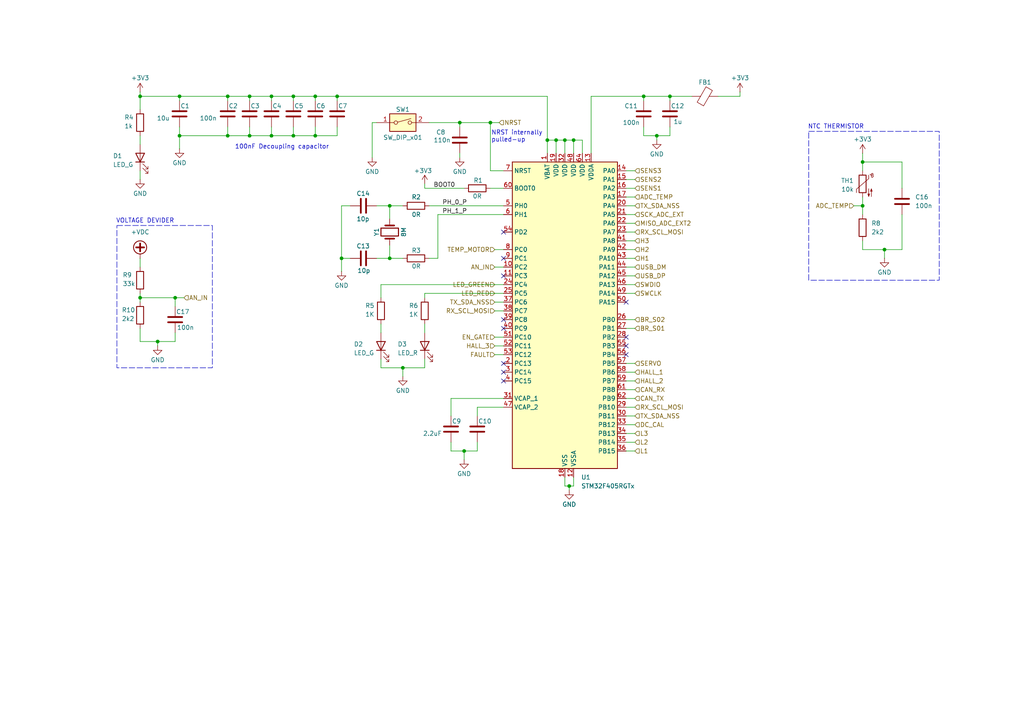
<source format=kicad_sch>
(kicad_sch (version 20231120) (generator "eeschema") (generator_version "8.0")
  (paper "A4")
  (lib_symbols
    (symbol "Device:C" (pin_numbers hide) (pin_names (offset 0.254))
      (property "Reference" "C" (at 0.635 2.54 0))
      (property "Value" "C" (at 0.635 -2.54 0))
      (symbol "C_0_1"
        (polyline (pts (xy -2.032 -0.762) (xy 2.032 -0.762)) (stroke (width 0.508)))
        (polyline (pts (xy -2.032 0.762) (xy 2.032 0.762)) (stroke (width 0.508)))
      )
      (symbol "C_1_1"
        (pin passive line (at 0 3.81 270) (length 2.794) (name "~") (number "1"))
        (pin passive line (at 0 -3.81 90) (length 2.794) (name "~") (number "2"))
      )
    )
    (symbol "Device:Crystal" (pin_numbers hide) (pin_names (offset 1.016) hide)
      (property "Reference" "Y" (at 0 3.81 0))
      (property "Value" "Crystal" (at 0 -3.81 0))
      (symbol "Crystal_0_1"
        (rectangle (start -1.143 2.54) (end 1.143 -2.54) (stroke (width 0.3048)))
        (polyline (pts (xy -2.54 0) (xy -1.905 0)))
        (polyline (pts (xy -1.905 -1.27) (xy -1.905 1.27)) (stroke (width 0.508)))
        (polyline (pts (xy 1.905 -1.27) (xy 1.905 1.27)) (stroke (width 0.508)))
        (polyline (pts (xy 2.54 0) (xy 1.905 0)))
      )
      (symbol "Crystal_1_1"
        (pin passive line (at -3.81 0 0) (length 1.27) (name "1") (number "1"))
        (pin passive line (at 3.81 0 180) (length 1.27) (name "2") (number "2"))
      )
    )
    (symbol "Device:FerriteBead" (pin_numbers hide) (pin_names (offset 0))
      (property "Reference" "FB" (at -3.81 0.635 90))
      (property "Value" "FerriteBead" (at 3.81 0 90))
      (symbol "FerriteBead_0_1"
        (polyline (pts (xy 0 -1.27) (xy 0 -1.2192)))
        (polyline (pts (xy 0 1.27) (xy 0 1.2954)))
        (polyline (pts (xy -2.7686 0.4064) (xy -1.7018 2.2606) (xy 2.7686 -0.3048) (xy 1.6764 -2.159) (xy -2.7686 0.4064)))
      )
      (symbol "FerriteBead_1_1"
        (pin passive line (at 0 3.81 270) (length 2.54) (name "~") (number "1"))
        (pin passive line (at 0 -3.81 90) (length 2.54) (name "~") (number "2"))
      )
    )
    (symbol "Device:LED" (pin_numbers hide) (pin_names (offset 1.016) hide)
      (property "Reference" "D" (at 0 2.54 0))
      (property "Value" "LED" (at 0 -2.54 0))
      (symbol "LED_0_1"
        (polyline (pts (xy -1.27 -1.27) (xy -1.27 1.27)) (stroke (width 0.254)))
        (polyline (pts (xy -1.27 0) (xy 1.27 0)))
        (polyline (pts (xy 1.27 -1.27) (xy 1.27 1.27) (xy -1.27 0) (xy 1.27 -1.27)) (stroke (width 0.254)))
        (polyline (pts (xy -3.048 -0.762) (xy -4.572 -2.286) (xy -3.81 -2.286) (xy -4.572 -2.286) (xy -4.572 -1.524)))
        (polyline (pts (xy -1.778 -0.762) (xy -3.302 -2.286) (xy -2.54 -2.286) (xy -3.302 -2.286) (xy -3.302 -1.524)))
      )
      (symbol "LED_1_1"
        (pin passive line (at -3.81 0 0) (length 2.54) (name "K") (number "1"))
        (pin passive line (at 3.81 0 180) (length 2.54) (name "A") (number "2"))
      )
    )
    (symbol "Device:R" (pin_numbers hide) (pin_names (offset 0))
      (property "Reference" "R" (at 2.032 0 90))
      (property "Value" "R" (at 0 0 90))
      (symbol "R_0_1"
        (rectangle (start -1.016 -2.54) (end 1.016 2.54) (stroke (width 0.254)))
      )
      (symbol "R_1_1"
        (pin passive line (at 0 3.81 270) (length 1.27) (name "~") (number "1"))
        (pin passive line (at 0 -3.81 90) (length 1.27) (name "~") (number "2"))
      )
    )
    (symbol "Device:Thermistor_NTC" (pin_numbers hide) (pin_names (offset 0))
      (property "Reference" "TH" (at -4.445 0 90))
      (property "Value" "Thermistor_NTC" (at 3.175 0 90))
      (symbol "Thermistor_NTC_0_1"
        (arc (start -3.048 2.159) (mid -3.0495 2.3143) (end -3.175 2.413))
        (arc (start -3.048 2.159) (mid -2.9736 1.9794) (end -2.794 1.905))
        (arc (start -3.048 2.794) (mid -2.9736 2.6144) (end -2.794 2.54))
        (arc (start -2.794 1.905) (mid -2.6144 1.9794) (end -2.54 2.159))
        (arc (start -2.794 2.54) (mid -2.4393 2.5587) (end -2.159 2.794))
        (arc (start -2.794 3.048) (mid -2.9736 2.9736) (end -3.048 2.794))
        (arc (start -2.54 2.794) (mid -2.6144 2.9736) (end -2.794 3.048))
        (rectangle (start -1.016 2.54) (end 1.016 -2.54) (stroke (width 0.254)))
        (polyline (pts (xy -2.54 2.159) (xy -2.54 2.794)))
        (polyline (pts (xy -1.778 2.54) (xy -1.778 1.524) (xy 1.778 -1.524) (xy 1.778 -2.54)))
        (polyline (pts (xy -2.54 -3.683) (xy -2.54 -1.397) (xy -2.794 -2.159) (xy -2.286 -2.159) (xy -2.54 -1.397) (xy -2.54 -1.651)) (fill (type outline)))
        (polyline (pts (xy -1.778 -1.397) (xy -1.778 -3.683) (xy -2.032 -2.921) (xy -1.524 -2.921) (xy -1.778 -3.683) (xy -1.778 -3.429)) (fill (type outline)))
      )
      (symbol "Thermistor_NTC_1_1"
        (pin passive line (at 0 3.81 270) (length 1.27) (name "~") (number "1"))
        (pin passive line (at 0 -3.81 90) (length 1.27) (name "~") (number "2"))
      )
    )
    (symbol "MCU_ST_STM32F4:STM32F405RGTx"
      (property "Reference" "U" (at -15.24 46.99 0))
      (property "Value" "STM32F405RGTx" (at 10.16 46.99 0))
      (symbol "STM32F405RGTx_0_1"
        (rectangle (start -15.24 -43.18) (end 15.24 45.72) (stroke (width 0.254)) (fill (type background)))
      )
      (symbol "STM32F405RGTx_1_1"
        (pin power_in line (at -5.08 48.26 270) (length 2.54) (name "VBAT") (number "1"))
        (pin bidirectional line (at -17.78 15.24 0) (length 2.54) (name "PC2") (number "10"))
        (pin bidirectional line (at -17.78 12.7 0) (length 2.54) (name "PC3") (number "11"))
        (pin power_in line (at 2.54 -45.72 90) (length 2.54) (name "VSSA") (number "12"))
        (pin power_in line (at 7.62 48.26 270) (length 2.54) (name "VDDA") (number "13"))
        (pin bidirectional line (at 17.78 43.18 180) (length 2.54) (name "PA0") (number "14"))
        (pin bidirectional line (at 17.78 40.64 180) (length 2.54) (name "PA1") (number "15"))
        (pin bidirectional line (at 17.78 38.1 180) (length 2.54) (name "PA2") (number "16"))
        (pin bidirectional line (at 17.78 35.56 180) (length 2.54) (name "PA3") (number "17"))
        (pin power_in line (at 0 -45.72 90) (length 2.54) (name "VSS") (number "18"))
        (pin power_in line (at -2.54 48.26 270) (length 2.54) (name "VDD") (number "19"))
        (pin bidirectional line (at -17.78 -12.7 0) (length 2.54) (name "PC13") (number "2"))
        (pin bidirectional line (at 17.78 33.02 180) (length 2.54) (name "PA4") (number "20"))
        (pin bidirectional line (at 17.78 30.48 180) (length 2.54) (name "PA5") (number "21"))
        (pin bidirectional line (at 17.78 27.94 180) (length 2.54) (name "PA6") (number "22"))
        (pin bidirectional line (at 17.78 25.4 180) (length 2.54) (name "PA7") (number "23"))
        (pin bidirectional line (at -17.78 10.16 0) (length 2.54) (name "PC4") (number "24"))
        (pin bidirectional line (at -17.78 7.62 0) (length 2.54) (name "PC5") (number "25"))
        (pin bidirectional line (at 17.78 0 180) (length 2.54) (name "PB0") (number "26"))
        (pin bidirectional line (at 17.78 -2.54 180) (length 2.54) (name "PB1") (number "27"))
        (pin bidirectional line (at 17.78 -5.08 180) (length 2.54) (name "PB2") (number "28"))
        (pin bidirectional line (at 17.78 -25.4 180) (length 2.54) (name "PB10") (number "29"))
        (pin bidirectional line (at -17.78 -15.24 0) (length 2.54) (name "PC14") (number "3"))
        (pin bidirectional line (at 17.78 -27.94 180) (length 2.54) (name "PB11") (number "30"))
        (pin power_out line (at -17.78 -22.86 0) (length 2.54) (name "VCAP_1") (number "31"))
        (pin power_in line (at 0 48.26 270) (length 2.54) (name "VDD") (number "32"))
        (pin bidirectional line (at 17.78 -30.48 180) (length 2.54) (name "PB12") (number "33"))
        (pin bidirectional line (at 17.78 -33.02 180) (length 2.54) (name "PB13") (number "34"))
        (pin bidirectional line (at 17.78 -35.56 180) (length 2.54) (name "PB14") (number "35"))
        (pin bidirectional line (at 17.78 -38.1 180) (length 2.54) (name "PB15") (number "36"))
        (pin bidirectional line (at -17.78 5.08 0) (length 2.54) (name "PC6") (number "37"))
        (pin bidirectional line (at -17.78 2.54 0) (length 2.54) (name "PC7") (number "38"))
        (pin bidirectional line (at -17.78 0 0) (length 2.54) (name "PC8") (number "39"))
        (pin bidirectional line (at -17.78 -17.78 0) (length 2.54) (name "PC15") (number "4"))
        (pin bidirectional line (at -17.78 -2.54 0) (length 2.54) (name "PC9") (number "40"))
        (pin bidirectional line (at 17.78 22.86 180) (length 2.54) (name "PA8") (number "41"))
        (pin bidirectional line (at 17.78 20.32 180) (length 2.54) (name "PA9") (number "42"))
        (pin bidirectional line (at 17.78 17.78 180) (length 2.54) (name "PA10") (number "43"))
        (pin bidirectional line (at 17.78 15.24 180) (length 2.54) (name "PA11") (number "44"))
        (pin bidirectional line (at 17.78 12.7 180) (length 2.54) (name "PA12") (number "45"))
        (pin bidirectional line (at 17.78 10.16 180) (length 2.54) (name "PA13") (number "46"))
        (pin power_out line (at -17.78 -25.4 0) (length 2.54) (name "VCAP_2") (number "47"))
        (pin power_in line (at 2.54 48.26 270) (length 2.54) (name "VDD") (number "48"))
        (pin bidirectional line (at 17.78 7.62 180) (length 2.54) (name "PA14") (number "49"))
        (pin bidirectional line (at -17.78 33.02 0) (length 2.54) (name "PH0") (number "5"))
        (pin bidirectional line (at 17.78 5.08 180) (length 2.54) (name "PA15") (number "50"))
        (pin bidirectional line (at -17.78 -5.08 0) (length 2.54) (name "PC10") (number "51"))
        (pin bidirectional line (at -17.78 -7.62 0) (length 2.54) (name "PC11") (number "52"))
        (pin bidirectional line (at -17.78 -10.16 0) (length 2.54) (name "PC12") (number "53"))
        (pin bidirectional line (at -17.78 25.4 0) (length 2.54) (name "PD2") (number "54"))
        (pin bidirectional line (at 17.78 -7.62 180) (length 2.54) (name "PB3") (number "55"))
        (pin bidirectional line (at 17.78 -10.16 180) (length 2.54) (name "PB4") (number "56"))
        (pin bidirectional line (at 17.78 -12.7 180) (length 2.54) (name "PB5") (number "57"))
        (pin bidirectional line (at 17.78 -15.24 180) (length 2.54) (name "PB6") (number "58"))
        (pin bidirectional line (at 17.78 -17.78 180) (length 2.54) (name "PB7") (number "59"))
        (pin bidirectional line (at -17.78 30.48 0) (length 2.54) (name "PH1") (number "6"))
        (pin input line (at -17.78 38.1 0) (length 2.54) (name "BOOT0") (number "60"))
        (pin bidirectional line (at 17.78 -20.32 180) (length 2.54) (name "PB8") (number "61"))
        (pin bidirectional line (at 17.78 -22.86 180) (length 2.54) (name "PB9") (number "62"))
        (pin passive line (at 0 -45.72 90) (length 2.54) hide (name "VSS") (number "63"))
        (pin power_in line (at 5.08 48.26 270) (length 2.54) (name "VDD") (number "64"))
        (pin input line (at -17.78 43.18 0) (length 2.54) (name "NRST") (number "7"))
        (pin bidirectional line (at -17.78 20.32 0) (length 2.54) (name "PC0") (number "8"))
        (pin bidirectional line (at -17.78 17.78 0) (length 2.54) (name "PC1") (number "9"))
      )
    )
    (symbol "Switch:SW_DIP_x01" (pin_names (offset 0) hide)
      (property "Reference" "SW" (at 0 3.81 0))
      (property "Value" "SW_DIP_x01" (at 0 -3.81 0))
      (symbol "SW_DIP_x01_0_0"
        (circle (center -2.032 0) (radius 0.508))
        (polyline (pts (xy -1.524 0.127) (xy 2.3622 1.1684)))
        (circle (center 2.032 0) (radius 0.508))
      )
      (symbol "SW_DIP_x01_0_1"
        (rectangle (start -3.81 2.54) (end 3.81 -2.54) (stroke (width 0.254)) (fill (type background)))
      )
      (symbol "SW_DIP_x01_1_1"
        (pin passive line (at -7.62 0 0) (length 5.08) (name "~") (number "1"))
        (pin passive line (at 7.62 0 180) (length 5.08) (name "~") (number "2"))
      )
    )
    (symbol "power:+3V3" (power) (pin_numbers hide) (pin_names (offset 0) hide)
      (property "Value" "+3V3" (at 0 3.556 0))
      (symbol "+3V3_0_1"
        (polyline (pts (xy -0.762 1.27) (xy 0 2.54)))
        (polyline (pts (xy 0 0) (xy 0 2.54)))
        (polyline (pts (xy 0 2.54) (xy 0.762 1.27)))
      )
      (symbol "+3V3_1_1"
        (pin power_in line (at 0 0 90) (length 0) (name "~") (number "1"))
      )
    )
    (symbol "power:+VDC" (power) (pin_numbers hide) (pin_names (offset 0) hide)
      (property "Value" "+VDC" (at 0 6.35 0))
      (symbol "+VDC_0_1"
        (polyline (pts (xy -1.143 3.175) (xy 1.143 3.175)) (stroke (width 0.508)))
        (polyline (pts (xy 0 0) (xy 0 1.27)))
        (polyline (pts (xy 0 2.032) (xy 0 4.318)) (stroke (width 0.508)))
        (circle (center 0 3.175) (radius 1.905) (stroke (width 0.254)))
      )
      (symbol "+VDC_1_1"
        (pin power_in line (at 0 0 90) (length 0) (name "~") (number "1"))
      )
    )
    (symbol "power:GND" (power) (pin_numbers hide) (pin_names (offset 0) hide)
      (property "Value" "GND" (at 0 -3.81 0))
      (symbol "GND_0_1"
        (polyline (pts (xy 0 0) (xy 0 -1.27) (xy 1.27 -1.27) (xy 0 -2.54) (xy -1.27 -1.27) (xy 0 -1.27)))
      )
      (symbol "GND_1_1"
        (pin power_in line (at 0 0 270) (length 0) (name "~") (number "1"))
      )
    )
  )
  (junction (at 52.07 39.37))
  (junction (at 72.39 27.94))
  (junction (at 85.09 39.37))
  (junction (at 256.54 72.39))
  (junction (at 72.39 39.37))
  (junction (at 158.75 40.64))
  (junction (at 165.1 140.97))
  (junction (at 40.64 27.94))
  (junction (at 66.04 27.94))
  (junction (at 78.74 27.94))
  (junction (at 45.72 99.06))
  (junction (at 142.24 35.56))
  (junction (at 250.19 46.99))
  (junction (at 99.06 74.93))
  (junction (at 116.84 106.68))
  (junction (at 113.03 59.69))
  (junction (at 113.03 74.93))
  (junction (at 78.74 39.37))
  (junction (at 85.09 27.94))
  (junction (at 163.83 40.64))
  (junction (at 52.07 27.94))
  (junction (at 194.31 27.94))
  (junction (at 66.04 39.37))
  (junction (at 190.5 39.37))
  (junction (at 161.29 40.64))
  (junction (at 91.44 39.37))
  (junction (at 97.79 27.94))
  (junction (at 134.62 130.81))
  (junction (at 91.44 27.94))
  (junction (at 40.64 86.36))
  (junction (at 133.35 35.56))
  (junction (at 166.37 40.64))
  (junction (at 50.8 86.36))
  (junction (at 250.19 59.69))
  (junction (at 186.69 27.94))
  (no_connect (at 181.61 100.33))
  (no_connect (at 181.61 102.87))
  (no_connect (at 146.05 95.25))
  (no_connect (at 146.05 80.01))
  (no_connect (at 146.05 67.31))
  (no_connect (at 146.05 107.95))
  (no_connect (at 181.61 97.79))
  (no_connect (at 146.05 74.93))
  (no_connect (at 181.61 87.63))
  (no_connect (at 146.05 105.41))
  (no_connect (at 146.05 92.71))
  (no_connect (at 146.05 110.49))
  (wire (pts (xy 130.81 115.57) (xy 146.05 115.57)))
  (wire (pts (xy 143.51 72.39) (xy 146.05 72.39)))
  (wire (pts (xy 181.61 120.65) (xy 184.15 120.65)))
  (wire (pts (xy 78.74 39.37) (xy 85.09 39.37)))
  (wire (pts (xy 40.64 86.36) (xy 40.64 87.63)))
  (wire (pts (xy 130.81 128.27) (xy 130.81 130.81)))
  (wire (pts (xy 50.8 96.52) (xy 50.8 99.06)))
  (wire (pts (xy 166.37 40.64) (xy 163.83 40.64)))
  (wire (pts (xy 40.64 85.09) (xy 40.64 86.36)))
  (wire (pts (xy 123.19 85.09) (xy 146.05 85.09)))
  (wire (pts (xy 181.61 57.15) (xy 184.15 57.15)))
  (wire (pts (xy 250.19 59.69) (xy 250.19 62.23)))
  (wire (pts (xy 116.84 106.68) (xy 123.19 106.68)))
  (wire (pts (xy 181.61 54.61) (xy 184.15 54.61)))
  (wire (pts (xy 52.07 39.37) (xy 52.07 43.18)))
  (wire (pts (xy 123.19 106.68) (xy 123.19 104.14)))
  (wire (pts (xy 250.19 44.45) (xy 250.19 46.99)))
  (wire (pts (xy 99.06 59.69) (xy 99.06 74.93)))
  (wire (pts (xy 181.61 62.23) (xy 184.15 62.23)))
  (wire (pts (xy 250.19 57.15) (xy 250.19 59.69)))
  (wire (pts (xy 214.63 27.94) (xy 214.63 26.67)))
  (wire (pts (xy 161.29 40.64) (xy 163.83 40.64)))
  (wire (pts (xy 181.61 67.31) (xy 184.15 67.31)))
  (wire (pts (xy 99.06 74.93) (xy 101.6 74.93)))
  (wire (pts (xy 50.8 99.06) (xy 45.72 99.06)))
  (wire (pts (xy 133.35 35.56) (xy 133.35 36.83)))
  (wire (pts (xy 143.51 97.79) (xy 146.05 97.79)))
  (wire (pts (xy 186.69 27.94) (xy 194.31 27.94)))
  (wire (pts (xy 143.51 77.47) (xy 146.05 77.47)))
  (wire (pts (xy 181.61 105.41) (xy 184.15 105.41)))
  (wire (pts (xy 78.74 36.83) (xy 78.74 39.37)))
  (wire (pts (xy 181.61 118.11) (xy 184.15 118.11)))
  (wire (pts (xy 190.5 39.37) (xy 194.31 39.37)))
  (wire (pts (xy 250.19 46.99) (xy 261.62 46.99)))
  (wire (pts (xy 138.43 120.65) (xy 138.43 118.11)))
  (wire (pts (xy 66.04 36.83) (xy 66.04 39.37)))
  (wire (pts (xy 40.64 27.94) (xy 52.07 27.94)))
  (wire (pts (xy 110.49 86.36) (xy 110.49 82.55)))
  (wire (pts (xy 181.61 107.95) (xy 184.15 107.95)))
  (wire (pts (xy 168.91 40.64) (xy 166.37 40.64)))
  (wire (pts (xy 40.64 26.67) (xy 40.64 27.94)))
  (wire (pts (xy 163.83 40.64) (xy 163.83 44.45)))
  (wire (pts (xy 181.61 92.71) (xy 184.15 92.71)))
  (wire (pts (xy 110.49 82.55) (xy 146.05 82.55)))
  (wire (pts (xy 181.61 95.25) (xy 184.15 95.25)))
  (wire (pts (xy 138.43 118.11) (xy 146.05 118.11)))
  (wire (pts (xy 181.61 128.27) (xy 184.15 128.27)))
  (wire (pts (xy 171.45 27.94) (xy 171.45 44.45)))
  (wire (pts (xy 165.1 140.97) (xy 165.1 142.24)))
  (wire (pts (xy 107.95 45.72) (xy 107.95 35.56)))
  (wire (pts (xy 165.1 140.97) (xy 166.37 140.97)))
  (wire (pts (xy 166.37 44.45) (xy 166.37 40.64)))
  (wire (pts (xy 101.6 59.69) (xy 99.06 59.69)))
  (wire (pts (xy 85.09 36.83) (xy 85.09 39.37)))
  (wire (pts (xy 97.79 39.37) (xy 91.44 39.37)))
  (wire (pts (xy 181.61 52.07) (xy 184.15 52.07)))
  (wire (pts (xy 40.64 99.06) (xy 45.72 99.06)))
  (wire (pts (xy 99.06 74.93) (xy 99.06 78.74)))
  (wire (pts (xy 186.69 27.94) (xy 186.69 29.21)))
  (wire (pts (xy 261.62 46.99) (xy 261.62 54.61)))
  (wire (pts (xy 133.35 44.45) (xy 133.35 45.72)))
  (wire (pts (xy 142.24 35.56) (xy 142.24 49.53)))
  (wire (pts (xy 161.29 44.45) (xy 161.29 40.64)))
  (wire (pts (xy 181.61 59.69) (xy 184.15 59.69)))
  (wire (pts (xy 78.74 27.94) (xy 85.09 27.94)))
  (wire (pts (xy 130.81 120.65) (xy 130.81 115.57)))
  (wire (pts (xy 85.09 27.94) (xy 85.09 29.21)))
  (wire (pts (xy 181.61 80.01) (xy 184.15 80.01)))
  (wire (pts (xy 181.61 115.57) (xy 184.15 115.57)))
  (wire (pts (xy 124.46 35.56) (xy 133.35 35.56)))
  (wire (pts (xy 91.44 39.37) (xy 91.44 36.83)))
  (wire (pts (xy 45.72 100.33) (xy 45.72 99.06)))
  (wire (pts (xy 134.62 130.81) (xy 138.43 130.81)))
  (wire (pts (xy 97.79 27.94) (xy 158.75 27.94)))
  (wire (pts (xy 250.19 49.53) (xy 250.19 46.99)))
  (wire (pts (xy 138.43 130.81) (xy 138.43 128.27)))
  (wire (pts (xy 97.79 36.83) (xy 97.79 39.37)))
  (wire (pts (xy 142.24 54.61) (xy 146.05 54.61)))
  (wire (pts (xy 142.24 35.56) (xy 133.35 35.56)))
  (wire (pts (xy 40.64 95.25) (xy 40.64 99.06)))
  (wire (pts (xy 181.61 64.77) (xy 184.15 64.77)))
  (wire (pts (xy 186.69 39.37) (xy 190.5 39.37)))
  (wire (pts (xy 123.19 93.98) (xy 123.19 96.52)))
  (wire (pts (xy 143.51 87.63) (xy 146.05 87.63)))
  (wire (pts (xy 40.64 39.37) (xy 40.64 41.91)))
  (wire (pts (xy 181.61 113.03) (xy 184.15 113.03)))
  (wire (pts (xy 66.04 27.94) (xy 72.39 27.94)))
  (wire (pts (xy 72.39 39.37) (xy 78.74 39.37)))
  (wire (pts (xy 181.61 123.19) (xy 184.15 123.19)))
  (wire (pts (xy 50.8 86.36) (xy 53.34 86.36)))
  (wire (pts (xy 124.46 59.69) (xy 146.05 59.69)))
  (wire (pts (xy 181.61 72.39) (xy 184.15 72.39)))
  (wire (pts (xy 143.51 100.33) (xy 146.05 100.33)))
  (wire (pts (xy 113.03 74.93) (xy 109.22 74.93)))
  (wire (pts (xy 143.51 90.17) (xy 146.05 90.17)))
  (wire (pts (xy 123.19 54.61) (xy 134.62 54.61)))
  (wire (pts (xy 124.46 74.93) (xy 127 74.93)))
  (wire (pts (xy 110.49 106.68) (xy 116.84 106.68)))
  (wire (pts (xy 72.39 36.83) (xy 72.39 39.37)))
  (wire (pts (xy 91.44 27.94) (xy 91.44 29.21)))
  (wire (pts (xy 181.61 69.85) (xy 184.15 69.85)))
  (wire (pts (xy 110.49 93.98) (xy 110.49 96.52)))
  (wire (pts (xy 50.8 88.9) (xy 50.8 86.36)))
  (wire (pts (xy 116.84 74.93) (xy 113.03 74.93)))
  (wire (pts (xy 52.07 27.94) (xy 66.04 27.94)))
  (wire (pts (xy 142.24 35.56) (xy 144.78 35.56)))
  (wire (pts (xy 113.03 59.69) (xy 113.03 63.5)))
  (wire (pts (xy 208.28 27.94) (xy 214.63 27.94)))
  (wire (pts (xy 127 74.93) (xy 127 62.23)))
  (wire (pts (xy 163.83 140.97) (xy 165.1 140.97)))
  (wire (pts (xy 250.19 69.85) (xy 250.19 72.39)))
  (wire (pts (xy 181.61 74.93) (xy 184.15 74.93)))
  (wire (pts (xy 40.64 49.53) (xy 40.64 52.07)))
  (wire (pts (xy 181.61 49.53) (xy 184.15 49.53)))
  (wire (pts (xy 166.37 140.97) (xy 166.37 138.43)))
  (wire (pts (xy 194.31 27.94) (xy 194.31 29.21)))
  (wire (pts (xy 66.04 27.94) (xy 66.04 29.21)))
  (wire (pts (xy 109.22 59.69) (xy 113.03 59.69)))
  (wire (pts (xy 171.45 27.94) (xy 186.69 27.94)))
  (wire (pts (xy 110.49 104.14) (xy 110.49 106.68)))
  (wire (pts (xy 181.61 110.49) (xy 184.15 110.49)))
  (wire (pts (xy 256.54 72.39) (xy 261.62 72.39)))
  (wire (pts (xy 158.75 40.64) (xy 158.75 44.45)))
  (wire (pts (xy 261.62 72.39) (xy 261.62 62.23)))
  (wire (pts (xy 50.8 86.36) (xy 40.64 86.36)))
  (wire (pts (xy 107.95 35.56) (xy 109.22 35.56)))
  (wire (pts (xy 97.79 27.94) (xy 97.79 29.21)))
  (wire (pts (xy 181.61 125.73) (xy 184.15 125.73)))
  (wire (pts (xy 72.39 27.94) (xy 72.39 29.21)))
  (wire (pts (xy 52.07 27.94) (xy 52.07 29.21)))
  (wire (pts (xy 158.75 40.64) (xy 161.29 40.64)))
  (wire (pts (xy 142.24 49.53) (xy 146.05 49.53)))
  (wire (pts (xy 127 62.23) (xy 146.05 62.23)))
  (wire (pts (xy 52.07 39.37) (xy 66.04 39.37)))
  (wire (pts (xy 181.61 130.81) (xy 184.15 130.81)))
  (wire (pts (xy 116.84 106.68) (xy 116.84 109.22)))
  (wire (pts (xy 113.03 71.12) (xy 113.03 74.93)))
  (wire (pts (xy 78.74 27.94) (xy 78.74 29.21)))
  (wire (pts (xy 123.19 86.36) (xy 123.19 85.09)))
  (wire (pts (xy 247.65 59.69) (xy 250.19 59.69)))
  (wire (pts (xy 194.31 36.83) (xy 194.31 39.37)))
  (wire (pts (xy 66.04 39.37) (xy 72.39 39.37)))
  (wire (pts (xy 91.44 27.94) (xy 97.79 27.94)))
  (wire (pts (xy 85.09 39.37) (xy 91.44 39.37)))
  (wire (pts (xy 181.61 85.09) (xy 184.15 85.09)))
  (wire (pts (xy 143.51 102.87) (xy 146.05 102.87)))
  (wire (pts (xy 52.07 36.83) (xy 52.07 39.37)))
  (wire (pts (xy 194.31 27.94) (xy 200.66 27.94)))
  (wire (pts (xy 72.39 27.94) (xy 78.74 27.94)))
  (wire (pts (xy 163.83 138.43) (xy 163.83 140.97)))
  (wire (pts (xy 130.81 130.81) (xy 134.62 130.81)))
  (wire (pts (xy 40.64 74.93) (xy 40.64 77.47)))
  (wire (pts (xy 168.91 44.45) (xy 168.91 40.64)))
  (wire (pts (xy 85.09 27.94) (xy 91.44 27.94)))
  (wire (pts (xy 190.5 39.37) (xy 190.5 40.64)))
  (wire (pts (xy 116.84 59.69) (xy 113.03 59.69)))
  (wire (pts (xy 40.64 27.94) (xy 40.64 31.75)))
  (wire (pts (xy 256.54 72.39) (xy 256.54 74.93)))
  (wire (pts (xy 181.61 77.47) (xy 184.15 77.47)))
  (wire (pts (xy 158.75 27.94) (xy 158.75 40.64)))
  (wire (pts (xy 181.61 82.55) (xy 184.15 82.55)))
  (wire (pts (xy 134.62 130.81) (xy 134.62 133.35)))
  (wire (pts (xy 186.69 39.37) (xy 186.69 36.83)))
  (wire (pts (xy 123.19 53.34) (xy 123.19 54.61)))
  (wire (pts (xy 250.19 72.39) (xy 256.54 72.39)))
  (rectangle (start 33.909 65.405) (end 61.595 106.68) (stroke (width 0) (type dash)))
  (rectangle (start 234.569 38.1) (end 272.415 81.28) (stroke (width 0) (type dash)))
  (text "NTC THERMISTOR" (at 234.315 36.83 0) (effects (font (size 1.27 1.27)) (justify left)))
  (text "VOLTAGE DEVIDER" (at 33.655 64.135 0) (effects (font (size 1.27 1.27)) (justify left)))
  (text "NRST internally\npulled-up" (at 142.494 39.624 0) (effects (font (size 1.27 1.27)) (justify left)))
  (text "100nF Decoupling capacitor" (at 81.788 42.672 0) (effects (font (size 1.27 1.27))))
  (label "PH_0_P" (at 128.27 59.69 0))
  (label "BOOT0" (at 125.73 54.61 0))
  (label "PH_1_P" (at 128.27 62.23 0))
  (hierarchical_label "FAULT" (shape input) (at 143.51 102.87 180))
  (hierarchical_label "RX_SCL_MOSI" (shape input) (at 184.15 67.31 0))
  (hierarchical_label "ADC_TEMP" (shape input) (at 184.15 57.15 0))
  (hierarchical_label "TX_SDA_NSS" (shape input) (at 143.51 87.63 180))
  (hierarchical_label "H2" (shape input) (at 184.15 72.39 0))
  (hierarchical_label "RX_SCL_MOSI" (shape input) (at 184.15 118.11 0))
  (hierarchical_label "LED_RED" (shape input) (at 143.51 85.09 180))
  (hierarchical_label "L2" (shape input) (at 184.15 128.27 0))
  (hierarchical_label "HALL_1" (shape input) (at 184.15 107.95 0))
  (hierarchical_label "EN_GATE" (shape input) (at 143.51 97.79 180))
  (hierarchical_label "TX_SDA_NSS" (shape input) (at 184.15 59.69 0))
  (hierarchical_label "BR_S01" (shape input) (at 184.15 95.25 0))
  (hierarchical_label "SCK_ADC_EXT" (shape input) (at 184.15 62.23 0))
  (hierarchical_label "SERVO" (shape input) (at 184.15 105.41 0))
  (hierarchical_label "AN_IN" (shape input) (at 143.51 77.47 180))
  (hierarchical_label "L3" (shape input) (at 184.15 125.73 0))
  (hierarchical_label "RX_SCL_MOSI" (shape input) (at 143.51 90.17 180))
  (hierarchical_label "SENS3" (shape input) (at 184.15 49.53 0))
  (hierarchical_label "CAN_TX" (shape input) (at 184.15 115.57 0))
  (hierarchical_label "SWCLK" (shape input) (at 184.15 85.09 0))
  (hierarchical_label "SENS2" (shape input) (at 184.15 52.07 0))
  (hierarchical_label "L1" (shape input) (at 184.15 130.81 0))
  (hierarchical_label "AN_IN" (shape input) (at 53.34 86.36 0))
  (hierarchical_label "USB_DP" (shape input) (at 184.15 80.01 0))
  (hierarchical_label "HALL_2" (shape input) (at 184.15 110.49 0))
  (hierarchical_label "H1" (shape input) (at 184.15 74.93 0))
  (hierarchical_label "LED_GREEN" (shape input) (at 143.51 82.55 180))
  (hierarchical_label "NRST" (shape input) (at 144.78 35.56 0))
  (hierarchical_label "SENS1" (shape input) (at 184.15 54.61 0))
  (hierarchical_label "MISO_ADC_EXT2" (shape input) (at 184.15 64.77 0))
  (hierarchical_label "CAN_RX" (shape input) (at 184.15 113.03 0))
  (hierarchical_label "TX_SDA_NSS" (shape input) (at 184.15 120.65 0))
  (hierarchical_label "DC_CAL" (shape input) (at 184.15 123.19 0))
  (hierarchical_label "H3" (shape input) (at 184.15 69.85 0))
  (hierarchical_label "TEMP_MOTOR" (shape input) (at 143.51 72.39 180))
  (hierarchical_label "ADC_TEMP" (shape input) (at 247.65 59.69 180))
  (hierarchical_label "BR_S02" (shape input) (at 184.15 92.71 0))
  (hierarchical_label "HALL_3" (shape input) (at 143.51 100.33 180))
  (hierarchical_label "SWDIO" (shape input) (at 184.15 82.55 0))
  (hierarchical_label "USB_DM" (shape input) (at 184.15 77.47 0))
  (symbol (lib_id "Device:R") (at 250.19 66.04 0) (unit 1)
    (property "Reference" "R8" (at 252.73 64.7699 0) (effects (justify left)))
    (property "Value" "2k2" (at 252.73 67.3099 0) (effects (justify left)))
    (property "Description" "Resistor" (effects (hide yes)))
  )
  (symbol (lib_id "Device:C") (at 130.81 124.46 0) (unit 1)
    (property "Reference" "C9" (at 131.064 122.174 0) (effects (justify left)))
    (property "Value" "2.2uF" (at 122.682 125.73 0) (effects (justify left)))
    (property "Description" "Unpolarized capacitor" (effects (hide yes)))
  )
  (symbol (lib_id "power:GND") (at 134.62 133.35 0) (unit 1)
    (property "Reference" "#PWR07" (effects (hide yes)))
    (property "Value" "GND" (at 134.62 137.414 0))
    (property "Description" "Power symbol creates a global label with name \"GND\" , ground" (effects (hide yes)))
  )
  (symbol (lib_id "power:+3V3") (at 40.64 26.67 0) (unit 1)
    (property "Reference" "#PWR01" (effects (hide yes)))
    (property "Value" "+3V3" (at 40.64 22.606 0))
    (property "Description" "Power symbol creates a global label with name \"+3V3\"" (effects (hide yes)))
  )
  (symbol (lib_id "power:GND") (at 165.1 142.24 0) (unit 1)
    (property "Reference" "#PWR03" (effects (hide yes)))
    (property "Value" "GND" (at 165.1 146.304 0))
    (property "Description" "Power symbol creates a global label with name \"GND\" , ground" (effects (hide yes)))
  )
  (symbol (lib_id "Device:C") (at 52.07 33.02 0) (unit 1)
    (property "Reference" "C1" (at 52.324 30.734 0) (effects (justify left)))
    (property "Value" "10u" (at 45.466 34.29 0) (effects (justify left)))
    (property "Description" "Unpolarized capacitor" (effects (hide yes)))
  )
  (symbol (lib_id "Device:R") (at 40.64 91.44 180) (unit 1)
    (property "Reference" "R10" (at 35.306 89.916 0) (effects (justify right)))
    (property "Value" "2k2" (at 35.306 92.456 0) (effects (justify right)))
    (property "Description" "Resistor" (effects (hide yes)))
  )
  (symbol (lib_id "Device:C") (at 50.8 92.71 0) (unit 1)
    (property "Reference" "C17" (at 51.054 90.424 0) (effects (justify left)))
    (property "Value" "100n" (at 51.308 94.996 0) (effects (justify left)))
    (property "Description" "Unpolarized capacitor" (effects (hide yes)))
  )
  (symbol (lib_id "Device:FerriteBead") (at 204.47 27.94 90) (unit 1)
    (property "Reference" "FB1" (at 204.47 23.876 90))
    (property "Value" "FerriteBead" (effects (hide yes)))
    (property "Description" "Ferrite bead" (effects (hide yes)))
  )
  (symbol (lib_id "Device:C") (at 91.44 33.02 0) (unit 1)
    (property "Reference" "C6" (at 91.694 30.734 0) (effects (justify left)))
    (property "Value" "100n" (effects (hide yes)))
    (property "Description" "Unpolarized capacitor" (effects (hide yes)))
  )
  (symbol (lib_id "power:+3V3") (at 123.19 53.34 0) (unit 1)
    (property "Reference" "#PWR06" (effects (hide yes)))
    (property "Value" "+3V3" (at 122.682 49.53 0))
    (property "Description" "Power symbol creates a global label with name \"+3V3\"" (effects (hide yes)))
  )
  (symbol (lib_id "power:+VDC") (at 40.64 74.93 0) (unit 1)
    (property "Reference" "#PWR020" (effects (hide yes)))
    (property "Value" "+VDC" (at 40.64 67.31 0))
    (property "Description" "Power symbol creates a global label with name \"+VDC\"" (effects (hide yes)))
  )
  (symbol (lib_id "Switch:SW_DIP_x01") (at 116.84 35.56 0) (unit 1)
    (property "Reference" "SW1" (at 116.84 31.75 0))
    (property "Value" "SW_DIP_x01" (at 116.84 39.878 0))
    (property "Description" "1x DIP Switch, Single Pole Single Throw (SPST) switch, small symbol" (effects (hide yes)))
  )
  (symbol (lib_id "power:GND") (at 256.54 74.93 0) (unit 1)
    (property "Reference" "#PWR018" (effects (hide yes)))
    (property "Value" "GND" (at 256.54 78.994 0))
    (property "Description" "Power symbol creates a global label with name \"GND\" , ground" (effects (hide yes)))
  )
  (symbol (lib_id "Device:C") (at 85.09 33.02 0) (unit 1)
    (property "Reference" "C5" (at 85.344 30.734 0) (effects (justify left)))
    (property "Value" "100n" (effects (hide yes)))
    (property "Description" "Unpolarized capacitor" (effects (hide yes)))
  )
  (symbol (lib_id "Device:C") (at 66.04 33.02 0) (unit 1)
    (property "Reference" "C2" (at 66.294 30.734 0) (effects (justify left)))
    (property "Value" "100n" (at 57.912 34.29 0) (effects (justify left)))
    (property "Description" "Unpolarized capacitor" (effects (hide yes)))
  )
  (symbol (lib_id "Device:C") (at 78.74 33.02 0) (unit 1)
    (property "Reference" "C4" (at 78.994 30.734 0) (effects (justify left)))
    (property "Value" "100n" (effects (hide yes)))
    (property "Description" "Unpolarized capacitor" (effects (hide yes)))
  )
  (symbol (lib_id "power:GND") (at 45.72 100.33 0) (unit 1)
    (property "Reference" "#PWR023" (effects (hide yes)))
    (property "Value" "GND" (at 45.72 104.394 0))
    (property "Description" "Power symbol creates a global label with name \"GND\" , ground" (effects (hide yes)))
  )
  (symbol (lib_id "Device:R") (at 138.43 54.61 90) (unit 1)
    (property "Reference" "R1" (at 138.684 52.324 90))
    (property "Value" "0R" (at 138.43 56.896 90))
    (property "Description" "Resistor" (effects (hide yes)))
  )
  (symbol (lib_id "Device:LED") (at 40.64 45.72 90) (unit 1)
    (property "Reference" "D1" (at 32.766 45.212 90) (effects (justify right)))
    (property "Value" "LED_G" (at 32.766 47.752 90) (effects (justify right)))
    (property "Description" "Light emitting diode" (effects (hide yes)))
  )
  (symbol (lib_id "Device:R") (at 110.49 90.17 180) (unit 1)
    (property "Reference" "R5" (at 105.918 88.646 0) (effects (justify right)))
    (property "Value" "1K" (at 105.918 91.186 0) (effects (justify right)))
    (property "Description" "Resistor" (effects (hide yes)))
  )
  (symbol (lib_id "power:GND") (at 99.06 78.74 0) (unit 1)
    (property "Reference" "#PWR010" (effects (hide yes)))
    (property "Value" "GND" (at 99.06 82.804 0))
    (property "Description" "Power symbol creates a global label with name \"GND\" , ground" (effects (hide yes)))
  )
  (symbol (lib_id "Device:R") (at 123.19 90.17 180) (unit 1)
    (property "Reference" "R6" (at 118.618 88.646 0) (effects (justify right)))
    (property "Value" "1K" (at 118.618 91.186 0) (effects (justify right)))
    (property "Description" "Resistor" (effects (hide yes)))
  )
  (symbol (lib_id "Device:C") (at 97.79 33.02 0) (unit 1)
    (property "Reference" "C7" (at 98.044 30.734 0) (effects (justify left)))
    (property "Value" "100n" (effects (hide yes)))
    (property "Description" "Unpolarized capacitor" (effects (hide yes)))
  )
  (symbol (lib_id "power:GND") (at 116.84 109.22 0) (unit 1)
    (property "Reference" "#PWR015" (effects (hide yes)))
    (property "Value" "GND" (at 116.84 113.284 0))
    (property "Description" "Power symbol creates a global label with name \"GND\" , ground" (effects (hide yes)))
  )
  (symbol (lib_id "MCU_ST_STM32F4:STM32F405RGTx") (at 163.83 92.71 0) (unit 1)
    (property "Reference" "U1" (at 168.5641 138.43 0) (effects (justify left)))
    (property "Value" "STM32F405RGTx" (at 168.5641 140.97 0) (effects (justify left)))
    (property "Footprint" "Package_QFP:LQFP-64_10x10mm_P0.5mm" (effects (hide yes)))
    (property "Datasheet" "https://www.st.com/resource/en/datasheet/stm32f405rg.pdf" (effects (hide yes)))
    (property "Description" "STMicroelectronics Arm Cortex-M4 MCU, 1024KB flash, 192KB RAM, 168 MHz, 1.8-3.6V, 51 GPIO, LQFP64" (effects (hide yes)))
  )
  (symbol (lib_id "Device:C") (at 194.31 33.02 0) (unit 1)
    (property "Reference" "C12" (at 194.564 30.734 0) (effects (justify left)))
    (property "Value" "1u" (at 195.326 35.306 0) (effects (justify left)))
    (property "Description" "Unpolarized capacitor" (effects (hide yes)))
  )
  (symbol (lib_id "Device:R") (at 40.64 35.56 180) (unit 1)
    (property "Reference" "R4" (at 36.068 34.036 0) (effects (justify right)))
    (property "Value" "1k" (at 36.068 36.576 0) (effects (justify right)))
    (property "Description" "Resistor" (effects (hide yes)))
  )
  (symbol (lib_id "Device:C") (at 133.35 40.64 0) (unit 1)
    (property "Reference" "C8" (at 126.492 38.354 0) (effects (justify left)))
    (property "Value" "110n" (at 125.73 40.64 0) (effects (justify left)))
    (property "Description" "Unpolarized capacitor" (effects (hide yes)))
  )
  (symbol (lib_id "Device:R") (at 120.65 74.93 270) (unit 1)
    (property "Reference" "R3" (at 119.38 72.644 90) (effects (justify left)))
    (property "Value" "0R" (at 119.38 77.216 90) (effects (justify left)))
    (property "Description" "Resistor" (effects (hide yes)))
  )
  (symbol (lib_id "power:GND") (at 133.35 45.72 0) (unit 1)
    (property "Reference" "#PWR04" (effects (hide yes)))
    (property "Value" "GND" (at 133.35 49.784 0))
    (property "Description" "Power symbol creates a global label with name \"GND\" , ground" (effects (hide yes)))
  )
  (symbol (lib_id "power:GND") (at 190.5 40.64 0) (unit 1)
    (property "Reference" "#PWR08" (effects (hide yes)))
    (property "Value" "GND" (at 190.5 44.704 0))
    (property "Description" "Power symbol creates a global label with name \"GND\" , ground" (effects (hide yes)))
  )
  (symbol (lib_id "power:GND") (at 40.64 52.07 0) (unit 1)
    (property "Reference" "#PWR013" (effects (hide yes)))
    (property "Value" "GND" (at 40.64 56.134 0))
    (property "Description" "Power symbol creates a global label with name \"GND\" , ground" (effects (hide yes)))
  )
  (symbol (lib_id "power:+3V3") (at 250.19 44.45 0) (unit 1)
    (property "Reference" "#PWR017" (effects (hide yes)))
    (property "Value" "+3V3" (at 250.19 40.386 0))
    (property "Description" "Power symbol creates a global label with name \"+3V3\"" (effects (hide yes)))
  )
  (symbol (lib_id "Device:C") (at 186.69 33.02 0) (unit 1)
    (property "Reference" "C11" (at 181.102 30.734 0) (effects (justify left)))
    (property "Value" "100n" (at 180.594 35.56 0) (effects (justify left)))
    (property "Description" "Unpolarized capacitor" (effects (hide yes)))
  )
  (symbol (lib_id "Device:C") (at 72.39 33.02 0) (unit 1)
    (property "Reference" "C3" (at 72.644 30.734 0) (effects (justify left)))
    (property "Value" "100n" (effects (hide yes)))
    (property "Description" "Unpolarized capacitor" (effects (hide yes)))
  )
  (symbol (lib_id "Device:Thermistor_NTC") (at 250.19 53.34 0) (mirror y) (unit 1)
    (property "Reference" "TH1" (at 247.65 52.3874 0) (effects (justify left)))
    (property "Value" "10k" (at 247.65 54.9274 0) (effects (justify left)))
    (property "Description" "Temperature dependent resistor, negative temperature coefficient" (effects (hide yes)))
  )
  (symbol (lib_id "power:+3V3") (at 214.63 26.67 0) (unit 1)
    (property "Reference" "#PWR09" (effects (hide yes)))
    (property "Value" "+3V3" (at 214.63 22.606 0))
    (property "Description" "Power symbol creates a global label with name \"+3V3\"" (effects (hide yes)))
  )
  (symbol (lib_id "Device:LED") (at 123.19 100.33 90) (unit 1)
    (property "Reference" "D3" (at 115.316 99.822 90) (effects (justify right)))
    (property "Value" "LED_R" (at 115.316 102.362 90) (effects (justify right)))
    (property "Description" "Light emitting diode" (effects (hide yes)))
  )
  (symbol (lib_id "Device:C") (at 105.41 59.69 270) (unit 1)
    (property "Reference" "C14" (at 103.378 56.134 90) (effects (justify left)))
    (property "Value" "10p" (at 103.378 63.5 90) (effects (justify left)))
    (property "Description" "Unpolarized capacitor" (effects (hide yes)))
  )
  (symbol (lib_id "Device:Crystal") (at 113.03 67.31 90) (unit 1)
    (property "Reference" "Y1" (at 109.22 67.31 0))
    (property "Value" "8M" (at 117.094 67.31 0))
    (property "Description" "Two pin crystal" (effects (hide yes)))
  )
  (symbol (lib_id "Device:LED") (at 110.49 100.33 90) (unit 1)
    (property "Reference" "D2" (at 102.616 99.822 90) (effects (justify right)))
    (property "Value" "LED_G" (at 102.616 102.362 90) (effects (justify right)))
    (property "Description" "Light emitting diode" (effects (hide yes)))
  )
  (symbol (lib_id "power:GND") (at 107.95 45.72 0) (unit 1)
    (property "Reference" "#PWR05" (effects (hide yes)))
    (property "Value" "GND" (at 107.95 49.784 0))
    (property "Description" "Power symbol creates a global label with name \"GND\" , ground" (effects (hide yes)))
  )
  (symbol (lib_id "power:GND") (at 52.07 43.18 0) (unit 1)
    (property "Reference" "#PWR02" (effects (hide yes)))
    (property "Value" "GND" (at 52.07 47.244 0))
    (property "Description" "Power symbol creates a global label with name \"GND\" , ground" (effects (hide yes)))
  )
  (symbol (lib_id "Device:R") (at 120.65 59.69 270) (unit 1)
    (property "Reference" "R2" (at 119.38 57.15 90) (effects (justify left)))
    (property "Value" "0R" (at 119.38 62.23 90) (effects (justify left)))
    (property "Description" "Resistor" (effects (hide yes)))
  )
  (symbol (lib_id "Device:C") (at 261.62 58.42 0) (unit 1)
    (property "Reference" "C16" (at 265.43 57.1499 0) (effects (justify left)))
    (property "Value" "100n" (at 265.43 59.6899 0) (effects (justify left)))
    (property "Description" "Unpolarized capacitor" (effects (hide yes)))
  )
  (symbol (lib_id "Device:C") (at 105.41 74.93 270) (unit 1)
    (property "Reference" "C13" (at 103.378 71.374 90) (effects (justify left)))
    (property "Value" "10p" (at 103.632 78.486 90) (effects (justify left)))
    (property "Description" "Unpolarized capacitor" (effects (hide yes)))
  )
  (symbol (lib_id "Device:C") (at 138.43 124.46 0) (unit 1)
    (property "Reference" "C10" (at 138.684 122.174 0) (effects (justify left)))
    (property "Value" "2.2uF" (effects (hide yes)))
    (property "Description" "Unpolarized capacitor" (effects (hide yes)))
  )
  (symbol (lib_id "Device:R") (at 40.64 81.28 180) (unit 1)
    (property "Reference" "R9" (at 35.56 79.756 0) (effects (justify right)))
    (property "Value" "33k" (at 35.56 82.296 0) (effects (justify right)))
    (property "Description" "Resistor" (effects (hide yes)))
  )
)
</source>
